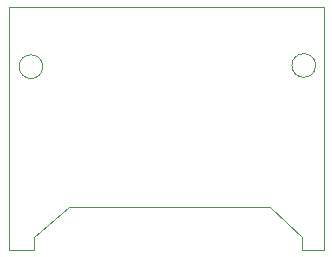
<source format=gbr>
%TF.GenerationSoftware,KiCad,Pcbnew,(6.0.7)*%
%TF.CreationDate,2023-09-19T20:50:44-05:00*%
%TF.ProjectId,CounterProject,436f756e-7465-4725-9072-6f6a6563742e,rev?*%
%TF.SameCoordinates,Original*%
%TF.FileFunction,Profile,NP*%
%FSLAX46Y46*%
G04 Gerber Fmt 4.6, Leading zero omitted, Abs format (unit mm)*
G04 Created by KiCad (PCBNEW (6.0.7)) date 2023-09-19 20:50:44*
%MOMM*%
%LPD*%
G01*
G04 APERTURE LIST*
%TA.AperFunction,Profile*%
%ADD10C,0.100000*%
%TD*%
G04 APERTURE END LIST*
D10*
X183750000Y-41000000D02*
X181000000Y-38500000D01*
X185600000Y-21550000D02*
X158900000Y-21550000D01*
X158900000Y-42150000D02*
X161100000Y-42150000D01*
X183750000Y-42150000D02*
X183750000Y-41000000D01*
X161100000Y-41000000D02*
X161100000Y-42150000D01*
X161800000Y-26600000D02*
G75*
G03*
X161800000Y-26600000I-1000000J0D01*
G01*
X164000000Y-38500000D02*
X161100000Y-41000000D01*
X185600000Y-21550000D02*
X185600000Y-42150000D01*
X158900000Y-21550000D02*
X158900000Y-42150000D01*
X181000000Y-38500000D02*
X164000000Y-38500000D01*
X185600000Y-42150000D02*
X183750000Y-42150000D01*
X184900000Y-26500000D02*
G75*
G03*
X184900000Y-26500000I-1000000J0D01*
G01*
M02*

</source>
